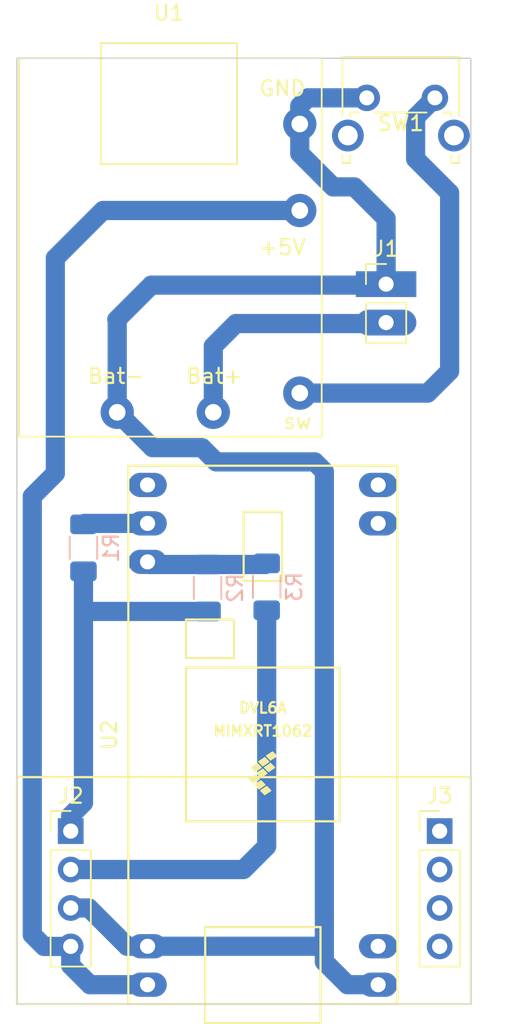
<source format=kicad_pcb>
(kicad_pcb (version 20221018) (generator pcbnew)
  (layers (0 "F.Cu" signal) (31 "B.Cu" signal) (34 "B.Paste" user) (35 "F.Paste" user) (36 "B.SilkS" user "B.Silkscreen") (37 "F.SilkS" user "F.Silkscreen") (38 "B.Mask" user) (39 "F.Mask" user) (44 "Edge.Cuts" user))
  (net 0 "")
  (net 1 "Net-(J1-Pin_1)")
  (net 2 "Net-(J1-Pin_2)")
  (net 3 "Net-(J2-Pin_1)")
  (net 4 "Net-(J2-Pin_2)")
  (net 5 "Net-(J2-Pin_4)")
  (net 10 "Net-(U2-14_A0_TX3_SPDIF_OUT)")
  (net 11 "Net-(U2-15_A1_RX3_SPDIF_IN)")
  (net 12 "Net-(U1-sw)")
  (footprint "Connector_PinHeader_2.54mm:PinHeader_1x04_P2.54mm_Vertical" (layer "F.Cu") (at 27.94 51.064)
    (fp_text reference "J3" (at 0 -2.33) (layer "F.SilkS"))
    (fp_text value "Conn_01x04")
    (fp_line (start -1.33 -1.33) (end 0 -1.33) (stroke (width 0.12)) (layer "F.SilkS"))
    (fp_line (start -1.33 0) (end -1.33 -1.33) (stroke (width 0.12)) (layer "F.SilkS"))
    (fp_line (start -1.33 1.27) (end -1.33 8.95) (stroke (width 0.12)) (layer "F.SilkS"))
    (fp_line (start -1.33 1.27) (end 1.33 1.27) (stroke (width 0.12)) (layer "F.SilkS"))
    (fp_line (start -1.33 8.95) (end 1.33 8.95) (stroke (width 0.12)) (layer "F.SilkS"))
    (fp_line (start 1.33 1.27) (end 1.33 8.95) (stroke (width 0.12)) (layer "F.SilkS"))
    (pad "1" thru_hole rect (at 0 0) (size 1.7 1.7) (drill 1) (layers "*.Cu" "*.Mask"))
    (pad "2" thru_hole oval (at 0 2.54) (size 1.7 1.7) (drill 1) (layers "*.Cu" "*.Mask"))
    (pad "3" thru_hole oval (at 0 5.08) (size 1.7 1.7) (drill 1) (layers "*.Cu" "*.Mask"))
    (pad "4" thru_hole oval (at 0 7.62) (size 1.7 1.7) (drill 1) (layers "*.Cu" "*.Mask"))
  )
  (footprint "Connector_PinHeader_2.54mm:PinHeader_1x02_P2.54mm_Vertical" (layer "F.Cu") (at 24.4 14.925)
    (fp_text reference "J1" (at 0 -2.33) (layer "F.SilkS"))
    (fp_text value "Conn_01x02")
    (fp_line (start -1.33 -1.33) (end 0 -1.33) (stroke (width 0.12)) (layer "F.SilkS"))
    (fp_line (start -1.33 0) (end -1.33 -1.33) (stroke (width 0.12)) (layer "F.SilkS"))
    (fp_line (start -1.33 1.27) (end -1.33 3.87) (stroke (width 0.12)) (layer "F.SilkS"))
    (fp_line (start -1.33 1.27) (end 1.33 1.27) (stroke (width 0.12)) (layer "F.SilkS"))
    (fp_line (start -1.33 3.87) (end 1.33 3.87) (stroke (width 0.12)) (layer "F.SilkS"))
    (fp_line (start 1.33 1.27) (end 1.33 3.87) (stroke (width 0.12)) (layer "F.SilkS"))
    (pad "1" thru_hole rect (at 0 0) (size 4 1.7) (drill 1) (layers "*.Cu" "*.Mask") (net 1 "Net-(J1-Pin_1)"))
    (pad "2" thru_hole oval (at 0 2.54) (size 4 1.7) (drill 1) (layers "*.Cu" "*.Mask") (net 2 "Net-(J1-Pin_2)"))
  )
  (footprint "Button_Switch_THT:SW_Tactile_SPST_Angled_PTS645Vx58-2LFS" (layer "F.Cu") (at 23.125 2.6175)
    (fp_text reference "SW1" (at 2.25 1.68) (layer "F.SilkS"))
    (fp_text value "SW_Push")
    (fp_line (start -1.61 -2.7) (end -1.61 1.2) (stroke (width 0.12)) (layer "F.SilkS"))
    (fp_line (start -1.61 -2.7) (end 6.11 -2.7) (stroke (width 0.12)) (layer "F.SilkS"))
    (fp_line (start -1.61 3.8) (end -1.61 4.31) (stroke (width 0.12)) (layer "F.SilkS"))
    (fp_line (start -1.61 4.31) (end -1.09 4.31) (stroke (width 0.12)) (layer "F.SilkS"))
    (fp_line (start -1.09 0.97) (end -1.09 1.2) (stroke (width 0.12)) (layer "F.SilkS"))
    (fp_line (start -1.09 0.97) (end -0.55 0.97) (stroke (width 0.12)) (layer "F.SilkS"))
    (fp_line (start -1.09 3.8) (end -1.09 4.31) (stroke (width 0.12)) (layer "F.SilkS"))
    (fp_line (start 0.55 0.97) (end 3.95 0.97) (stroke (width 0.12)) (layer "F.SilkS"))
    (fp_line (start 5.05 0.97) (end 5.59 0.97) (stroke (width 0.12)) (layer "F.SilkS"))
    (fp_line (start 5.59 0.97) (end 5.59 1.2) (stroke (width 0.12)) (layer "F.SilkS"))
    (fp_line (start 5.59 3.8) (end 5.59 4.31) (stroke (width 0.12)) (layer "F.SilkS"))
    (fp_line (start 5.59 4.31) (end 6.11 4.31) (stroke (width 0.12)) (layer "F.SilkS"))
    (fp_line (start 6.11 -2.7) (end 6.11 1.2) (stroke (width 0.12)) (layer "F.SilkS"))
    (fp_line (start 6.11 3.8) (end 6.11 4.31) (stroke (width 0.12)) (layer "F.SilkS"))
    (pad "" thru_hole circle (at -1.25 2.49) (size 2.1 2.1) (drill 1.3) (layers "*.Cu" "*.Mask"))
    (pad "" thru_hole circle (at 5.76 2.49) (size 2.1 2.1) (drill 1.3) (layers "*.Cu" "*.Mask"))
    (pad "1" thru_hole circle (at 0 0) (size 1.75 1.75) (drill 0.99) (layers "*.Cu" "*.Mask") (net 1 "Net-(J1-Pin_1)"))
    (pad "2" thru_hole circle (at 4.5 0) (size 1.75 1.75) (drill 0.99) (layers "*.Cu" "*.Mask") (net 12 "Net-(U1-sw)"))
  )
  (footprint "teensy:Teensy40" (layer "F.Cu") (at 16.256 44.704 90)
    (fp_text reference "U2" (at 0 -10.16 90) (layer "F.SilkS"))
    (fp_text value "Teensy4.0")
    (fp_text user "MIMXRT1062" (at 0.254 0) (layer "F.SilkS") (effects (font (size 0.7 0.7))))
    (fp_text user "DVL6A" (at 1.778 0) (layer "F.SilkS") (effects (font (size 0.7 0.7))))
    (fp_line (start -19.05 -3.81) (end -17.78 -3.81) (stroke (width 0.15)) (layer "F.SilkS"))
    (fp_line (start -19.05 3.81) (end -19.05 -3.81) (stroke (width 0.15)) (layer "F.SilkS"))
    (fp_line (start -17.78 -8.89) (end 17.78 -8.89) (stroke (width 0.15)) (layer "F.SilkS"))
    (fp_line (start -17.78 3.81) (end -19.05 3.81) (stroke (width 0.15)) (layer "F.SilkS"))
    (fp_line (start -17.78 8.89) (end -17.78 -8.89) (stroke (width 0.15)) (layer "F.SilkS"))
    (fp_line (start -12.7 -3.81) (end -17.78 -3.81) (stroke (width 0.15)) (layer "F.SilkS"))
    (fp_line (start -12.7 3.81) (end -17.78 3.81) (stroke (width 0.15)) (layer "F.SilkS"))
    (fp_line (start -12.7 3.81) (end -12.7 -3.81) (stroke (width 0.15)) (layer "F.SilkS"))
    (fp_line (start -5.715 -5.08) (end -5.715 5.08) (stroke (width 0.15)) (layer "F.SilkS"))
    (fp_line (start 4.445 -5.08) (end -5.715 -5.08) (stroke (width 0.15)) (layer "F.SilkS"))
    (fp_line (start 4.445 5.08) (end -5.715 5.08) (stroke (width 0.15)) (layer "F.SilkS"))
    (fp_line (start 4.445 5.08) (end 4.445 -5.08) (stroke (width 0.15)) (layer "F.SilkS"))
    (fp_line (start 5.08 -5.08) (end 7.62 -5.08) (stroke (width 0.15)) (layer "F.SilkS"))
    (fp_line (start 5.08 -1.905) (end 5.08 -5.08) (stroke (width 0.15)) (layer "F.SilkS"))
    (fp_line (start 7.62 -5.08) (end 7.62 -1.905) (stroke (width 0.15)) (layer "F.SilkS"))
    (fp_line (start 7.62 -1.905) (end 5.08 -1.905) (stroke (width 0.15)) (layer "F.SilkS"))
    (fp_line (start 10.16 -1.27) (end 14.732 -1.27) (stroke (width 0.15)) (layer "F.SilkS"))
    (fp_line (start 10.16 1.27) (end 10.16 -1.27) (stroke (width 0.15)) (layer "F.SilkS"))
    (fp_line (start 14.732 -1.27) (end 14.732 1.27) (stroke (width 0.15)) (layer "F.SilkS"))
    (fp_line (start 14.732 1.27) (end 10.16 1.27) (stroke (width 0.15)) (layer "F.SilkS"))
    (fp_line (start 17.78 -8.89) (end 17.78 8.89) (stroke (width 0.15)) (layer "F.SilkS"))
    (fp_line (start 17.78 8.89) (end -17.78 8.89) (stroke (width 0.15)) (layer "F.SilkS"))
    (fp_poly (pts (xy -3.937 0.127) (xy -3.683 -0.127) (xy -3.429 0.254) (xy -3.683 0.508)) (stroke (width 0.1)) (fill solid) (layer "F.SilkS"))
    (fp_poly (pts (xy -3.556 -0.254) (xy -3.302 -0.508) (xy -3.048 -0.127) (xy -3.302 0.127)) (stroke (width 0.1)) (fill solid) (layer "F.SilkS"))
    (fp_poly (pts (xy -3.175 -0.635) (xy -2.921 -0.889) (xy -2.667 -0.508) (xy -2.921 -0.254)) (stroke (width 0.1)) (fill solid) (layer "F.SilkS"))
    (fp_poly (pts (xy -2.794 -0.127) (xy -2.54 -0.381) (xy -2.286 0) (xy -2.54 0.254)) (stroke (width 0.1)) (fill solid) (layer "F.SilkS"))
    (fp_poly (pts (xy -2.413 -0.508) (xy -2.159 -0.762) (xy -1.905 -0.381) (xy -2.159 -0.127)) (stroke (width 0.1)) (fill solid) (layer "F.SilkS"))
    (fp_poly (pts (xy -2.413 0.381) (xy -2.159 0.127) (xy -1.905 0.508) (xy -2.159 0.762)) (stroke (width 0.1)) (fill solid) (layer "F.SilkS"))
    (fp_poly (pts (xy -2.032 0) (xy -1.778 -0.254) (xy -1.524 0.127) (xy -1.778 0.381)) (stroke (width 0.1)) (fill solid) (layer "F.SilkS"))
    (fp_poly (pts (xy -1.651 0.508) (xy -1.397 0.254) (xy -1.143 0.635) (xy -1.397 0.889)) (stroke (width 0.1)) (fill solid) (layer "F.SilkS"))
    (pad "1" thru_hole oval (at -16.51 7.62 90) (size 1.6 2.54) (drill 1) (layers "*.Cu" "*.Mask") (net 1 "Net-(J1-Pin_1)"))
    (pad "2" thru_hole oval (at -13.97 7.62 90) (size 1.6 2.54) (drill 1) (layers "*.Cu" "*.Mask"))
    (pad "13" thru_hole oval (at 13.97 7.62 90) (size 1.6 2.54) (drill 1) (layers "*.Cu" "*.Mask"))
    (pad "14" thru_hole oval (at 16.51 7.62 90) (size 1.6 2.54) (drill 1) (layers "*.Cu" "*.Mask"))
    (pad "20" thru_hole oval (at 16.51 -7.62 90) (size 1.6 2.54) (drill 1) (layers "*.Cu" "*.Mask"))
    (pad "21" thru_hole oval (at 13.97 -7.62 90) (size 1.6 2.54) (drill 1) (layers "*.Cu" "*.Mask") (net 10 "Net-(U2-14_A0_TX3_SPDIF_OUT)"))
    (pad "22" thru_hole oval (at 11.43 -7.62 90) (size 1.6 2.54) (drill 1) (layers "*.Cu" "*.Mask") (net 11 "Net-(U2-15_A1_RX3_SPDIF_IN)"))
    (pad "32" thru_hole oval (at -13.97 -7.62 90) (size 1.6 2.54) (drill 1) (layers "*.Cu" "*.Mask") (net 1 "Net-(J1-Pin_1)"))
    (pad "33" thru_hole oval (at -16.51 -7.62 90) (size 1.6 2.54) (drill 1) (layers "*.Cu" "*.Mask") (net 5 "Net-(J2-Pin_4)"))
  )
  (footprint "Connector_PinHeader_2.54mm:PinHeader_1x04_P2.54mm_Vertical" (layer "F.Cu") (at 3.556 51.064)
    (fp_text reference "J2" (at 0 -2.33) (layer "F.SilkS"))
    (fp_text value "Conn_01x04")
    (fp_line (start -1.33 -1.33) (end 0 -1.33) (stroke (width 0.12)) (layer "F.SilkS"))
    (fp_line (start -1.33 0) (end -1.33 -1.33) (stroke (width 0.12)) (layer "F.SilkS"))
    (fp_line (start -1.33 1.27) (end -1.33 8.95) (stroke (width 0.12)) (layer "F.SilkS"))
    (fp_line (start -1.33 1.27) (end 1.33 1.27) (stroke (width 0.12)) (layer "F.SilkS"))
    (fp_line (start -1.33 8.95) (end 1.33 8.95) (stroke (width 0.12)) (layer "F.SilkS"))
    (fp_line (start 1.33 1.27) (end 1.33 8.95) (stroke (width 0.12)) (layer "F.SilkS"))
    (pad "1" thru_hole rect (at 0 0) (size 1.7 1.7) (drill 1) (layers "*.Cu" "*.Mask") (net 3 "Net-(J2-Pin_1)"))
    (pad "2" thru_hole oval (at 0 2.54) (size 1.7 1.7) (drill 1) (layers "*.Cu" "*.Mask") (net 4 "Net-(J2-Pin_2)"))
    (pad "3" thru_hole oval (at 0 5.08) (size 1.7 1.7) (drill 1) (layers "*.Cu" "*.Mask") (net 1 "Net-(J1-Pin_1)"))
    (pad "4" thru_hole oval (at 0 7.62) (size 1.7 1.7) (drill 1) (layers "*.Cu" "*.Mask") (net 5 "Net-(J2-Pin_4)"))
  )
  (footprint "usb-powerbank:usb_module" (layer "F.Cu") (at 0.045 0)
    (fp_text reference "U1" (at 10 -3 unlocked) (layer "F.SilkS"))
    (fp_text value "usb_module")
    (fp_text user "Bat-" (at 6.5 21 unlocked) (layer "F.SilkS"))
    (fp_text user "+5V" (at 17.5 12.5 unlocked) (layer "F.SilkS"))
    (fp_text user "Bat+" (at 13 21 unlocked) (layer "F.SilkS"))
    (fp_text user "GND" (at 17.5 2 unlocked) (layer "F.SilkS"))
    (fp_text user "sw" (at 18.5 24 unlocked) (layer "F.SilkS"))
    (fp_rect (start 0.1 0) (end 20.1 25) (stroke (width 0.12)) (fill none) (layer "F.SilkS"))
    (fp_rect (start 5.5 -1) (end 14.5 7) (stroke (width 0.12)) (fill none) (layer "F.SilkS"))
    (pad "1" thru_hole circle (at 12.935 23.395) (size 2.2 2.2) (drill 1.1) (layers "*.Cu" "*.Mask") (net 2 "Net-(J1-Pin_2)"))
    (pad "2" thru_hole circle (at 6.585 23.395) (size 2.2 2.2) (drill 1.1) (layers "*.Cu" "*.Mask") (net 1 "Net-(J1-Pin_1)"))
    (pad "3" thru_hole circle (at 18.65 10.06) (size 2.2 2.2) (drill 1.1) (layers "*.Cu" "*.Mask") (net 5 "Net-(J2-Pin_4)"))
    (pad "4" thru_hole circle (at 18.65 4.345) (size 2.2 2.2) (drill 1.1) (layers "*.Cu" "*.Mask") (net 1 "Net-(J1-Pin_1)"))
    (pad "5" thru_hole circle (at 18.65 22.125) (size 2.2 2.2) (drill 1.1) (layers "*.Cu" "*.Mask") (net 12 "Net-(U1-sw)"))
  )
  (footprint "Resistor_SMD:R_1206_3216Metric_Pad1.30x1.75mm_HandSolder" (layer "B.Cu") (at 4.4 32.35 90)
    (fp_text reference "R1" (at 0 1.82 90) (layer "B.SilkS") (effects (justify mirror)))
    (fp_text value "0R")
    (fp_line (start -0.727064 -0.91) (end 0.727064 -0.91) (stroke (width 0.12)) (layer "B.SilkS"))
    (fp_line (start -0.727064 0.91) (end 0.727064 0.91) (stroke (width 0.12)) (layer "B.SilkS"))
    (pad "1" smd roundrect (at -1.55 0 90) (size 1.3 1.75) (layers "B.Cu" "B.Paste" "B.Mask") (roundrect_rratio 0.1923076923) (net 3 "Net-(J2-Pin_1)"))
    (pad "2" smd roundrect (at 1.55 0 90) (size 1.3 1.75) (layers "B.Cu" "B.Paste" "B.Mask") (roundrect_rratio 0.1923076923) (net 10 "Net-(U2-14_A0_TX3_SPDIF_OUT)"))
  )
  (footprint "Resistor_SMD:R_1206_3216Metric_Pad1.30x1.75mm_HandSolder" (layer "B.Cu") (at 16.51 34.925 90)
    (fp_text reference "R3" (at 0 1.82 90) (layer "B.SilkS") (effects (justify mirror)))
    (fp_text value "not mounted")
    (fp_line (start -0.727064 -0.91) (end 0.727064 -0.91) (stroke (width 0.12)) (layer "B.SilkS"))
    (fp_line (start -0.727064 0.91) (end 0.727064 0.91) (stroke (width 0.12)) (layer "B.SilkS"))
    (pad "1" smd roundrect (at -1.55 0 90) (size 1.3 1.75) (layers "B.Cu" "B.Paste" "B.Mask") (roundrect_rratio 0.1923076923) (net 4 "Net-(J2-Pin_2)"))
    (pad "2" smd roundrect (at 1.55 0 90) (size 1.3 1.75) (layers "B.Cu" "B.Paste" "B.Mask") (roundrect_rratio 0.1923076923) (net 11 "Net-(U2-15_A1_RX3_SPDIF_IN)"))
  )
  (footprint "Resistor_SMD:R_1206_3216Metric_Pad1.30x1.75mm_HandSolder" (layer "B.Cu") (at 12.6 35 90)
    (fp_text reference "R2" (at 0 1.82 90) (layer "B.SilkS") (effects (justify mirror)))
    (fp_text value "not mounted")
    (fp_line (start -0.727064 -0.91) (end 0.727064 -0.91) (stroke (width 0.12)) (layer "B.SilkS"))
    (fp_line (start -0.727064 0.91) (end 0.727064 0.91) (stroke (width 0.12)) (layer "B.SilkS"))
    (pad "1" smd roundrect (at -1.55 0 90) (size 1.3 1.75) (layers "B.Cu" "B.Paste" "B.Mask") (roundrect_rratio 0.1923076923) (net 3 "Net-(J2-Pin_1)"))
    (pad "2" smd roundrect (at 1.55 0 90) (size 1.3 1.75) (layers "B.Cu" "B.Paste" "B.Mask") (roundrect_rratio 0.1923076923) (net 11 "Net-(U2-15_A1_RX3_SPDIF_IN)"))
  )
  (gr_rect (start 0 47.5) (end 30 62.5) (stroke (width 0.15)) (fill none) (layer "F.SilkS"))
  (gr_rect (start 0 0) (end 30 62.5) (stroke (width 0.1)) (fill none) (layer "Edge.Cuts"))
  (segment (start 20.066 58.674) (end 20.32 58.42) (width 1.27) (layer "B.Cu") (net 1))
  (segment (start 20.32 27.305) (end 19.685 26.67) (width 1.27) (layer "B.Cu") (net 1))
  (segment (start 13.17 26.67) (end 12.23 25.73) (width 1.27) (layer "B.Cu") (net 1))
  (segment (start 8.636 58.674) (end 20.066 58.674) (width 1.27) (layer "B.Cu") (net 1))
  (segment (start 20.32 59.69) (end 20.32 58.42) (width 1.27) (layer "B.Cu") (net 1))
  (segment (start 8.885 14.991) (end 6.604 17.272) (width 1.27) (layer "B.Cu") (net 1))
  (segment (start 22.3 8.5) (end 24.4 10.6) (width 1.27) (layer "B.Cu") (net 1))
  (segment (start 6.604 17.272) (end 6.63 17.298) (width 1.27) (layer "B.Cu") (net 1))
  (segment (start 20.9 8.5) (end 22.3 8.5) (width 1.27) (layer "B.Cu") (net 1))
  (segment (start 18.695 3.149) (end 18.695 4.345) (width 1.27) (layer "B.Cu") (net 1))
  (segment (start 12.23 25.73) (end 8.965 25.73) (width 1.27) (layer "B.Cu") (net 1))
  (segment (start 19.2265 2.6175) (end 18.695 3.149) (width 1.27) (layer "B.Cu") (net 1))
  (segment (start 24.4 10.6) (end 24.4 14.925) (width 1.27) (layer "B.Cu") (net 1))
  (segment (start 8.965 25.73) (end 6.63 23.395) (width 1.27) (layer "B.Cu") (net 1))
  (segment (start 23.125 2.6175) (end 19.2265 2.6175) (width 1.27) (layer "B.Cu") (net 1))
  (segment (start 23.876 61.214) (end 21.844 61.214) (width 1.27) (layer "B.Cu") (net 1))
  (segment (start 19.685 26.67) (end 13.17 26.67) (width 1.27) (layer "B.Cu") (net 1))
  (segment (start 20.32 58.42) (end 20.32 27.305) (width 1.27) (layer "B.Cu") (net 1))
  (segment (start 18.695 6.295) (end 20.9 8.5) (width 1.27) (layer "B.Cu") (net 1))
  (segment (start 21.844 61.214) (end 20.32 59.69) (width 1.27) (layer "B.Cu") (net 1))
  (segment (start 7.288081 58.674) (end 4.758081 56.144) (width 1.27) (layer "B.Cu") (net 1))
  (segment (start 24.384 14.991) (end 8.885 14.991) (width 1.27) (layer "B.Cu") (net 1))
  (segment (start 4.758081 56.144) (end 3.556 56.144) (width 1.27) (layer "B.Cu") (net 1))
  (segment (start 18.695 4.345) (end 18.695 6.295) (width 1.27) (layer "B.Cu") (net 1))
  (segment (start 8.636 58.674) (end 7.288081 58.674) (width 1.27) (layer "B.Cu") (net 1))
  (segment (start 6.63 17.298) (end 6.63 23.395) (width 1.27) (layer "B.Cu") (net 1))
  (segment (start 14.473 17.531) (end 12.98 19.024) (width 1.27) (layer "B.Cu") (net 2))
  (segment (start 12.98 19.024) (end 12.98 23.395) (width 1.27) (layer "B.Cu") (net 2))
  (segment (start 24.384 17.531) (end 14.473 17.531) (width 1.27) (layer "B.Cu") (net 2))
  (segment (start 4.4 49.2) (end 4.4 36.9) (width 1.27) (layer "B.Cu") (net 3))
  (segment (start 12.6 36.55) (end 4.75 36.55) (width 1.27) (layer "B.Cu") (net 3))
  (segment (start 3.556 50.044) (end 4.4 49.2) (width 1.27) (layer "B.Cu") (net 3))
  (segment (start 4.4 36.9) (end 4.4 33.9) (width 1.27) (layer "B.Cu") (net 3))
  (segment (start 3.556 51.064) (end 3.556 50.044) (width 1.27) (layer "B.Cu") (net 3))
  (segment (start 4.75 36.55) (end 4.4 36.9) (width 1.27) (layer "B.Cu") (net 3))
  (segment (start 16.51 52.07) (end 14.976 53.604) (width 1.27) (layer "B.Cu") (net 4))
  (segment (start 14.976 53.604) (end 3.556 53.604) (width 1.27) (layer "B.Cu") (net 4))
  (segment (start 16.51 36.475) (end 16.51 52.07) (width 1.27) (layer "B.Cu") (net 4))
  (segment (start 3.556 58.684) (end 1.788 58.684) (width 1.27) (layer "B.Cu") (net 5))
  (segment (start 2.54 27.432) (end 2.54 13.208) (width 1.27) (layer "B.Cu") (net 5))
  (segment (start 1.016 57.912) (end 1.016 28.956) (width 1.27) (layer "B.Cu") (net 5))
  (segment (start 8.636 61.214) (end 4.826 61.214) (width 1.27) (layer "B.Cu") (net 5))
  (segment (start 5.688 10.06) (end 18.695 10.06) (width 1.27) (layer "B.Cu") (net 5))
  (segment (start 4.826 61.214) (end 3.556 59.944) (width 1.27) (layer "B.Cu") (net 5))
  (segment (start 3.556 59.944) (end 3.556 58.684) (width 1.27) (layer "B.Cu") (net 5))
  (segment (start 1.788 58.684) (end 1.016 57.912) (width 1.27) (layer "B.Cu") (net 5))
  (segment (start 2.54 13.208) (end 5.688 10.06) (width 1.27) (layer "B.Cu") (net 5))
  (segment (start 1.016 28.956) (end 2.54 27.432) (width 1.27) (layer "B.Cu") (net 5))
  (segment (start 4.466 30.734) (end 4.4 30.8) (width 1.27) (layer "B.Cu") (net 10))
  (segment (start 8.636 30.734) (end 4.466 30.734) (width 1.27) (layer "B.Cu") (net 10))
  (segment (start 12.6 33.45) (end 8.812 33.45) (width 1.27) (layer "B.Cu") (net 11))
  (segment (start 16.435 33.45) (end 16.51 33.375) (width 1.27) (layer "B.Cu") (net 11))
  (segment (start 8.812 33.45) (end 8.636 33.274) (width 1.27) (layer "B.Cu") (net 11))
  (segment (start 12.6 33.45) (end 16.435 33.45) (width 1.27) (layer "B.Cu") (net 11))
  (segment (start 26.353501 6.653501) (end 26.353501 3.888999) (width 1.27) (layer "B.Cu") (net 12))
  (segment (start 28.6 20.676) (end 28.6 8.9) (width 1.27) (layer "B.Cu") (net 12))
  (segment (start 28.6 8.9) (end 26.353501 6.653501) (width 1.27) (layer "B.Cu") (net 12))
  (segment (start 27.151 22.125) (end 28.6 20.676) (width 1.27) (layer "B.Cu") (net 12))
  (segment (start 18.695 22.125) (end 27.151 22.125) (width 1.27) (layer "B.Cu") (net 12))
  (segment (start 26.353501 3.888999) (end 27.625 2.6175) (width 1.27) (layer "B.Cu") (net 12))
)
</source>
